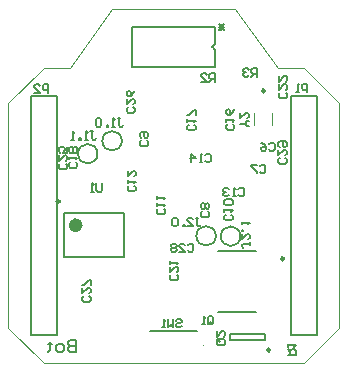
<source format=gbo>
G04*
G04 #@! TF.GenerationSoftware,Altium Limited,Altium NEXUS,2.0.14 (187)*
G04*
G04 Layer_Color=32896*
%FSLAX25Y25*%
%MOIN*%
G70*
G01*
G75*
%ADD10C,0.00984*%
%ADD11C,0.00591*%
%ADD12C,0.00394*%
%ADD13C,0.00787*%
%ADD14C,0.00000*%
%ADD79C,0.00492*%
%ADD125C,0.02362*%
%ADD126C,0.00591*%
D10*
X91831Y22973D02*
G03*
X91831Y22973I-492J0D01*
G01*
X85532Y78937D02*
G03*
X85532Y78937I-492J0D01*
G01*
X87303Y-7382D02*
G03*
X87303Y-7382I-492J0D01*
G01*
X17126Y42028D02*
G03*
X17126Y42028I-492J0D01*
G01*
D11*
X29752Y57973D02*
G03*
X29752Y57973I-3256J0D01*
G01*
X77370Y30512D02*
G03*
X77370Y30512I-3256J0D01*
G01*
X37862Y62303D02*
G03*
X37862Y62303I-3256J0D01*
G01*
X69201Y30610D02*
G03*
X69201Y30610I-3256J0D01*
G01*
X80125Y67126D02*
X79666D01*
X78748Y68044D01*
X79666Y68963D01*
X80125D01*
X78748Y68044D02*
X77370D01*
Y71718D02*
Y69881D01*
X79207Y71718D01*
X79666D01*
X80125Y71258D01*
Y70340D01*
X79666Y69881D01*
X27001Y10498D02*
X27460Y10039D01*
Y9121D01*
X27001Y8661D01*
X25164D01*
X24705Y9121D01*
Y10039D01*
X25164Y10498D01*
X24705Y13253D02*
Y11416D01*
X26541Y13253D01*
X27001D01*
X27460Y12794D01*
Y11876D01*
X27001Y11416D01*
X27460Y14172D02*
Y16008D01*
X27001D01*
X25164Y14172D01*
X24705D01*
X19225Y54691D02*
X19684Y54232D01*
Y53313D01*
X19225Y52854D01*
X17388D01*
X16929Y53313D01*
Y54232D01*
X17388Y54691D01*
X16929Y57446D02*
Y55609D01*
X18766Y57446D01*
X19225D01*
X19684Y56987D01*
Y56068D01*
X19225Y55609D01*
X19684Y60201D02*
Y58364D01*
X18307D01*
X18766Y59283D01*
Y59742D01*
X18307Y60201D01*
X17388D01*
X16929Y59742D01*
Y58824D01*
X17388Y58364D01*
X31201Y48129D02*
Y45833D01*
X30742Y45374D01*
X29823D01*
X29364Y45833D01*
Y48129D01*
X28446Y45374D02*
X27527D01*
X27987D01*
Y48129D01*
X28446Y47670D01*
X55939Y2394D02*
X56398Y2853D01*
X57316D01*
X57776Y2394D01*
Y1935D01*
X57316Y1476D01*
X56398D01*
X55939Y1017D01*
Y558D01*
X56398Y98D01*
X57316D01*
X57776Y558D01*
X55021Y2853D02*
Y98D01*
X54102Y1017D01*
X53184Y98D01*
Y2853D01*
X52266Y98D02*
X51347D01*
X51806D01*
Y2853D01*
X52266Y2394D01*
X82874Y83694D02*
Y86449D01*
X81497D01*
X81037Y85990D01*
Y85071D01*
X81497Y84612D01*
X82874D01*
X81956D02*
X81037Y83694D01*
X80119Y85990D02*
X79660Y86449D01*
X78742D01*
X78282Y85990D01*
Y85530D01*
X78742Y85071D01*
X79201D01*
X78742D01*
X78282Y84612D01*
Y84153D01*
X78742Y83694D01*
X79660D01*
X80119Y84153D01*
X68898Y81988D02*
Y84743D01*
X67520D01*
X67061Y84284D01*
Y83366D01*
X67520Y82907D01*
X68898D01*
X67979D02*
X67061Y81988D01*
X64306D02*
X66143D01*
X64306Y83825D01*
Y84284D01*
X64765Y84743D01*
X65684D01*
X66143Y84284D01*
X93110Y-9055D02*
X95865D01*
Y-7678D01*
X95406Y-7218D01*
X94488D01*
X94029Y-7678D01*
Y-9055D01*
Y-8137D02*
X93110Y-7218D01*
Y-6300D02*
Y-5382D01*
Y-5841D01*
X95865D01*
X95406Y-6300D01*
X69991Y-3911D02*
X71827D01*
X72286Y-4371D01*
Y-5289D01*
X71827Y-5748D01*
X69991D01*
X69532Y-5289D01*
Y-4371D01*
X70450Y-4830D02*
X69532Y-3911D01*
Y-4371D02*
X69991Y-3911D01*
X69532Y-1156D02*
Y-2993D01*
X71368Y-1156D01*
X71827D01*
X72286Y-1616D01*
Y-2534D01*
X71827Y-2993D01*
X66569Y1542D02*
Y3379D01*
X67028Y3838D01*
X67946D01*
X68405Y3379D01*
Y1542D01*
X67946Y1083D01*
X67028D01*
X67487Y2001D02*
X66569Y1083D01*
X67028D02*
X66569Y1542D01*
X65650Y1083D02*
X64732D01*
X65191D01*
Y3838D01*
X65650Y3379D01*
X13287Y78347D02*
Y81102D01*
X11910D01*
X11451Y80642D01*
Y79724D01*
X11910Y79265D01*
X13287D01*
X8696Y78347D02*
X10532D01*
X8696Y80183D01*
Y80642D01*
X9155Y81102D01*
X10073D01*
X10532Y80642D01*
X99705Y78445D02*
Y81200D01*
X98327D01*
X97868Y80741D01*
Y79822D01*
X98327Y79363D01*
X99705D01*
X96950Y78445D02*
X96031D01*
X96491D01*
Y81200D01*
X96950Y80741D01*
X62435Y36672D02*
X63353D01*
X62894D01*
Y34376D01*
X63353Y33917D01*
X63813D01*
X64272Y34376D01*
X59680Y33917D02*
X61517D01*
X59680Y35754D01*
Y36213D01*
X60139Y36672D01*
X61058D01*
X61517Y36213D01*
X58762Y33917D02*
Y34376D01*
X58302D01*
Y33917D01*
X58762D01*
X56466Y36213D02*
X56007Y36672D01*
X55088D01*
X54629Y36213D01*
Y34376D01*
X55088Y33917D01*
X56007D01*
X56466Y34376D01*
Y36213D01*
X36451Y69783D02*
X37369D01*
X36910D01*
Y67487D01*
X37369Y67028D01*
X37828D01*
X38287Y67487D01*
X35532Y67028D02*
X34614D01*
X35073D01*
Y69783D01*
X35532Y69323D01*
X33237Y67028D02*
Y67487D01*
X32777D01*
Y67028D01*
X33237D01*
X30941Y69323D02*
X30481Y69783D01*
X29563D01*
X29104Y69323D01*
Y67487D01*
X29563Y67028D01*
X30481D01*
X30941Y67487D01*
Y69323D01*
X80511Y28510D02*
Y27592D01*
Y28051D01*
X78215D01*
X77756Y27592D01*
Y27132D01*
X78215Y26673D01*
X77756Y31265D02*
Y29428D01*
X79593Y31265D01*
X80052D01*
X80511Y30806D01*
Y29887D01*
X80052Y29428D01*
X77756Y32183D02*
X78215D01*
Y32642D01*
X77756D01*
Y32183D01*
Y34479D02*
Y35397D01*
Y34938D01*
X80511D01*
X80052Y34479D01*
X27396Y65452D02*
X28314D01*
X27855D01*
Y63156D01*
X28314Y62697D01*
X28773D01*
X29232Y63156D01*
X26477Y62697D02*
X25559D01*
X26018D01*
Y65452D01*
X26477Y64993D01*
X24181Y62697D02*
Y63156D01*
X23722D01*
Y62697D01*
X24181D01*
X21886D02*
X20967D01*
X21426D01*
Y65452D01*
X21886Y64993D01*
X56094Y17585D02*
X56553Y17126D01*
Y16207D01*
X56094Y15748D01*
X54257D01*
X53798Y16207D01*
Y17126D01*
X54257Y17585D01*
X53798Y20340D02*
Y18503D01*
X55635Y20340D01*
X56094D01*
X56553Y19881D01*
Y18962D01*
X56094Y18503D01*
X53798Y21258D02*
Y22176D01*
Y21717D01*
X56553D01*
X56094Y21258D01*
X22473Y55183D02*
X22932Y54724D01*
Y53806D01*
X22473Y53347D01*
X20636D01*
X20177Y53806D01*
Y54724D01*
X20636Y55183D01*
X20177Y56102D02*
Y57020D01*
Y56561D01*
X22932D01*
X22473Y56102D01*
Y58397D02*
X22932Y58856D01*
Y59775D01*
X22473Y60234D01*
X22014D01*
X21555Y59775D01*
X21095Y60234D01*
X20636D01*
X20177Y59775D01*
Y58856D01*
X20636Y58397D01*
X21095D01*
X21555Y58856D01*
X22014Y58397D01*
X22473D01*
X21555Y58856D02*
Y59775D01*
X61961Y67585D02*
X62420Y67125D01*
Y66207D01*
X61961Y65748D01*
X60124D01*
X59665Y66207D01*
Y67125D01*
X60124Y67585D01*
X59665Y68503D02*
Y69421D01*
Y68962D01*
X62420D01*
X61961Y68503D01*
X62420Y70799D02*
Y72636D01*
X61961D01*
X60124Y70799D01*
X59665D01*
X74934Y67782D02*
X75393Y67322D01*
Y66404D01*
X74934Y65945D01*
X73097D01*
X72638Y66404D01*
Y67322D01*
X73097Y67782D01*
X72638Y68700D02*
Y69618D01*
Y69159D01*
X75393D01*
X74934Y68700D01*
X75393Y72832D02*
X74934Y71914D01*
X74015Y70996D01*
X73097D01*
X72638Y71455D01*
Y72373D01*
X73097Y72832D01*
X73556D01*
X74015Y72373D01*
Y70996D01*
X65628Y57447D02*
X66087Y57906D01*
X67006D01*
X67465Y57447D01*
Y55610D01*
X67006Y55151D01*
X66087D01*
X65628Y55610D01*
X64710Y55151D02*
X63792D01*
X64251D01*
Y57906D01*
X64710Y57447D01*
X61036Y55151D02*
Y57906D01*
X62414Y56528D01*
X60577D01*
X76707Y46095D02*
X77166Y46554D01*
X78084D01*
X78543Y46095D01*
Y44258D01*
X78084Y43799D01*
X77166D01*
X76707Y44258D01*
X75788Y43799D02*
X74870D01*
X75329D01*
Y46554D01*
X75788Y46095D01*
X73492D02*
X73033Y46554D01*
X72115D01*
X71656Y46095D01*
Y45636D01*
X72115Y45177D01*
X72574D01*
X72115D01*
X71656Y44718D01*
Y44258D01*
X72115Y43799D01*
X73033D01*
X73492Y44258D01*
X42060Y47309D02*
X42519Y46850D01*
Y45932D01*
X42060Y45472D01*
X40223D01*
X39764Y45932D01*
Y46850D01*
X40223Y47309D01*
X39764Y48228D02*
Y49146D01*
Y48687D01*
X42519D01*
X42060Y48228D01*
X39764Y52360D02*
Y50523D01*
X41600Y52360D01*
X42060D01*
X42519Y51901D01*
Y50982D01*
X42060Y50523D01*
X51804Y39632D02*
X52263Y39173D01*
Y38254D01*
X51804Y37795D01*
X49967D01*
X49508Y38254D01*
Y39173D01*
X49967Y39632D01*
X49508Y40550D02*
Y41469D01*
Y41010D01*
X52263D01*
X51804Y40550D01*
X49508Y42846D02*
Y43764D01*
Y43305D01*
X52263D01*
X51804Y42846D01*
X74343Y37713D02*
X74802Y37253D01*
Y36335D01*
X74343Y35876D01*
X72506D01*
X72047Y36335D01*
Y37253D01*
X72506Y37713D01*
X72047Y38631D02*
Y39549D01*
Y39090D01*
X74802D01*
X74343Y38631D01*
Y40927D02*
X74802Y41386D01*
Y42304D01*
X74343Y42764D01*
X72506D01*
X72047Y42304D01*
Y41386D01*
X72506Y40927D01*
X74343D01*
X46122Y62437D02*
X46581Y61978D01*
Y61060D01*
X46122Y60600D01*
X44285D01*
X43826Y61060D01*
Y61978D01*
X44285Y62437D01*
Y63355D02*
X43826Y63815D01*
Y64733D01*
X44285Y65192D01*
X46122D01*
X46581Y64733D01*
Y63815D01*
X46122Y63355D01*
X45663D01*
X45204Y63815D01*
Y65192D01*
X66567Y38746D02*
X67027Y38287D01*
Y37369D01*
X66567Y36909D01*
X64731D01*
X64272Y37369D01*
Y38287D01*
X64731Y38746D01*
X66567Y39665D02*
X67027Y40124D01*
Y41042D01*
X66567Y41501D01*
X66108D01*
X65649Y41042D01*
X65190Y41501D01*
X64731D01*
X64272Y41042D01*
Y40124D01*
X64731Y39665D01*
X65190D01*
X65649Y40124D01*
X66108Y39665D01*
X66567D01*
X65649Y40124D02*
Y41042D01*
X83793Y53871D02*
X84252Y54330D01*
X85171D01*
X85630Y53871D01*
Y52034D01*
X85171Y51575D01*
X84252D01*
X83793Y52034D01*
X82875Y54330D02*
X81038D01*
Y53871D01*
X82875Y52034D01*
Y51575D01*
X86943Y61252D02*
X87402Y61712D01*
X88320D01*
X88779Y61252D01*
Y59416D01*
X88320Y58957D01*
X87402D01*
X86943Y59416D01*
X84188Y61712D02*
X85106Y61252D01*
X86024Y60334D01*
Y59416D01*
X85565Y58957D01*
X84647D01*
X84188Y59416D01*
Y59875D01*
X84647Y60334D01*
X86024D01*
X71949Y99279D02*
X70112Y101116D01*
X71949D02*
X70112Y99279D01*
X71949Y100197D02*
X70112D01*
X71030Y101116D02*
Y99279D01*
X41705Y73522D02*
X42164Y73063D01*
Y72144D01*
X41705Y71685D01*
X39868D01*
X39409Y72144D01*
Y73063D01*
X39868Y73522D01*
X39409Y76277D02*
Y74440D01*
X41245Y76277D01*
X41705D01*
X42164Y75818D01*
Y74899D01*
X41705Y74440D01*
X42164Y79032D02*
X41705Y78113D01*
X40786Y77195D01*
X39868D01*
X39409Y77654D01*
Y78573D01*
X39868Y79032D01*
X40327D01*
X40786Y78573D01*
Y77195D01*
X59777Y27591D02*
X60237Y28050D01*
X61155D01*
X61614Y27591D01*
Y25754D01*
X61155Y25295D01*
X60237D01*
X59777Y25754D01*
X57023Y25295D02*
X58859D01*
X57023Y27132D01*
Y27591D01*
X57482Y28050D01*
X58400D01*
X58859Y27591D01*
X56104D02*
X55645Y28050D01*
X54727D01*
X54267Y27591D01*
Y27132D01*
X54727Y26673D01*
X54267Y26214D01*
Y25754D01*
X54727Y25295D01*
X55645D01*
X56104Y25754D01*
Y26214D01*
X55645Y26673D01*
X56104Y27132D01*
Y27591D01*
X55645Y26673D02*
X54727D01*
D12*
X65158Y-5906D02*
G03*
X65158Y-5906I-197J0D01*
G01*
D13*
X69862Y5252D02*
X82500D01*
X69862Y25528D02*
X82500D01*
X68898Y94488D02*
Y100197D01*
Y87008D02*
Y92716D01*
X41378Y87008D02*
X68898D01*
X41378D02*
Y100197D01*
X68898D01*
X67815Y93799D02*
X68898Y92716D01*
X67815Y93405D02*
X68898Y94488D01*
X94095Y-2362D02*
X102756D01*
Y-2362D02*
Y77165D01*
X94095Y-2362D02*
Y77165D01*
Y77165D02*
X102756D01*
X7480Y-2362D02*
X16142D01*
Y-2362D02*
Y77165D01*
X7480Y-2362D02*
Y77165D01*
Y77165D02*
X16142D01*
X73819Y-3937D02*
X85630D01*
X73819Y-1969D02*
X85630D01*
Y-3937D02*
Y-1969D01*
X73819Y-3937D02*
Y-1969D01*
X47244Y-984D02*
X62992D01*
X38583Y23524D02*
Y38091D01*
X18504Y23524D02*
Y38091D01*
Y23524D02*
X38583D01*
X18504Y38091D02*
X38583D01*
X22441Y-4233D02*
Y-8169D01*
X20473D01*
X19817Y-7513D01*
Y-6857D01*
X20473Y-6201D01*
X22441D01*
X20473D01*
X19817Y-5545D01*
Y-4890D01*
X20473Y-4233D01*
X22441D01*
X17849Y-8169D02*
X16537D01*
X15881Y-7513D01*
Y-6201D01*
X16537Y-5545D01*
X17849D01*
X18505Y-6201D01*
Y-7513D01*
X17849Y-8169D01*
X13914Y-4890D02*
Y-5545D01*
X14570D01*
X13258D01*
X13914D01*
Y-7513D01*
X13258Y-8169D01*
D14*
X34589Y106299D02*
X75500D01*
X89854Y86614D01*
X98425Y86614D01*
X110236Y74803D01*
Y0D02*
Y74803D01*
X98425Y-11811D02*
X110236Y0D01*
X11811Y-11811D02*
X98425Y-11811D01*
X0Y0D02*
X11811Y-11811D01*
X0Y0D02*
Y74803D01*
X11811Y86614D01*
X20529D01*
X34589Y106299D01*
D79*
X88039Y67685D02*
Y71685D01*
X82039Y67685D02*
Y71685D01*
D125*
X23622Y34154D02*
G03*
X23622Y34154I-1181J0D01*
G01*
D126*
X92512Y78354D02*
X92971Y77895D01*
Y76977D01*
X92512Y76518D01*
X90676D01*
X90216Y76977D01*
Y77895D01*
X90676Y78354D01*
X90216Y81109D02*
Y79273D01*
X92053Y81109D01*
X92512D01*
X92971Y80650D01*
Y79732D01*
X92512Y79273D01*
X90216Y83864D02*
Y82028D01*
X92053Y83864D01*
X92512D01*
X92971Y83405D01*
Y82487D01*
X92512Y82028D01*
X92355Y56558D02*
X92814Y56099D01*
Y55181D01*
X92355Y54721D01*
X90518D01*
X90059Y55181D01*
Y56099D01*
X90518Y56558D01*
X90059Y59313D02*
Y57476D01*
X91896Y59313D01*
X92355D01*
X92814Y58854D01*
Y57936D01*
X92355Y57476D01*
X90518Y60231D02*
X90059Y60690D01*
Y61609D01*
X90518Y62068D01*
X92355D01*
X92814Y61609D01*
Y60690D01*
X92355Y60231D01*
X91896D01*
X91437Y60690D01*
Y62068D01*
M02*

</source>
